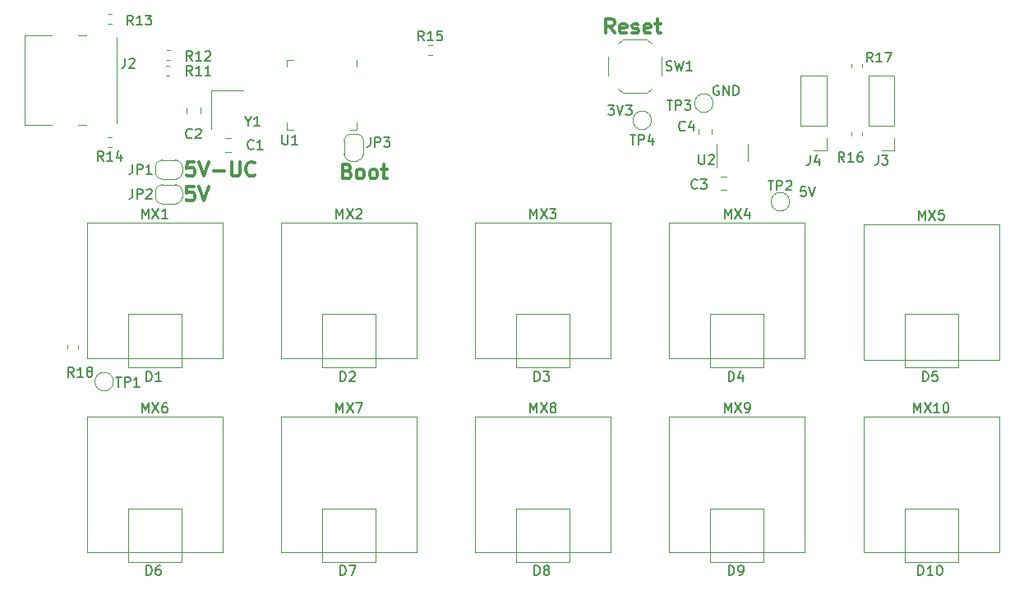
<source format=gbr>
G04 #@! TF.GenerationSoftware,KiCad,Pcbnew,(5.1.2)-2*
G04 #@! TF.CreationDate,2020-11-02T14:54:12+01:00*
G04 #@! TF.ProjectId,MacroBoard,4d616372-6f42-46f6-9172-642e6b696361,rev?*
G04 #@! TF.SameCoordinates,Original*
G04 #@! TF.FileFunction,Legend,Top*
G04 #@! TF.FilePolarity,Positive*
%FSLAX46Y46*%
G04 Gerber Fmt 4.6, Leading zero omitted, Abs format (unit mm)*
G04 Created by KiCad (PCBNEW (5.1.2)-2) date 2020-11-02 14:54:12*
%MOMM*%
%LPD*%
G04 APERTURE LIST*
%ADD10C,0.200000*%
%ADD11C,0.300000*%
%ADD12C,0.120000*%
%ADD13C,0.150000*%
G04 APERTURE END LIST*
D10*
X149787523Y-94558380D02*
X149311333Y-94558380D01*
X149263714Y-95034571D01*
X149311333Y-94986952D01*
X149406571Y-94939333D01*
X149644666Y-94939333D01*
X149739904Y-94986952D01*
X149787523Y-95034571D01*
X149835142Y-95129809D01*
X149835142Y-95367904D01*
X149787523Y-95463142D01*
X149739904Y-95510761D01*
X149644666Y-95558380D01*
X149406571Y-95558380D01*
X149311333Y-95510761D01*
X149263714Y-95463142D01*
X150120857Y-94558380D02*
X150454190Y-95558380D01*
X150787523Y-94558380D01*
X140834095Y-84192000D02*
X140738857Y-84144380D01*
X140596000Y-84144380D01*
X140453142Y-84192000D01*
X140357904Y-84287238D01*
X140310285Y-84382476D01*
X140262666Y-84572952D01*
X140262666Y-84715809D01*
X140310285Y-84906285D01*
X140357904Y-85001523D01*
X140453142Y-85096761D01*
X140596000Y-85144380D01*
X140691238Y-85144380D01*
X140834095Y-85096761D01*
X140881714Y-85049142D01*
X140881714Y-84715809D01*
X140691238Y-84715809D01*
X141310285Y-85144380D02*
X141310285Y-84144380D01*
X141881714Y-85144380D01*
X141881714Y-84144380D01*
X142357904Y-85144380D02*
X142357904Y-84144380D01*
X142596000Y-84144380D01*
X142738857Y-84192000D01*
X142834095Y-84287238D01*
X142881714Y-84382476D01*
X142929333Y-84572952D01*
X142929333Y-84715809D01*
X142881714Y-84906285D01*
X142834095Y-85001523D01*
X142738857Y-85096761D01*
X142596000Y-85144380D01*
X142357904Y-85144380D01*
X129435904Y-86176380D02*
X130054952Y-86176380D01*
X129721619Y-86557333D01*
X129864476Y-86557333D01*
X129959714Y-86604952D01*
X130007333Y-86652571D01*
X130054952Y-86747809D01*
X130054952Y-86985904D01*
X130007333Y-87081142D01*
X129959714Y-87128761D01*
X129864476Y-87176380D01*
X129578761Y-87176380D01*
X129483523Y-87128761D01*
X129435904Y-87081142D01*
X130340666Y-86176380D02*
X130674000Y-87176380D01*
X131007333Y-86176380D01*
X131245428Y-86176380D02*
X131864476Y-86176380D01*
X131531142Y-86557333D01*
X131674000Y-86557333D01*
X131769238Y-86604952D01*
X131816857Y-86652571D01*
X131864476Y-86747809D01*
X131864476Y-86985904D01*
X131816857Y-87081142D01*
X131769238Y-87128761D01*
X131674000Y-87176380D01*
X131388285Y-87176380D01*
X131293047Y-87128761D01*
X131245428Y-87081142D01*
D11*
X130086857Y-78766571D02*
X129586857Y-78052285D01*
X129229714Y-78766571D02*
X129229714Y-77266571D01*
X129801142Y-77266571D01*
X129944000Y-77338000D01*
X130015428Y-77409428D01*
X130086857Y-77552285D01*
X130086857Y-77766571D01*
X130015428Y-77909428D01*
X129944000Y-77980857D01*
X129801142Y-78052285D01*
X129229714Y-78052285D01*
X131301142Y-78695142D02*
X131158285Y-78766571D01*
X130872571Y-78766571D01*
X130729714Y-78695142D01*
X130658285Y-78552285D01*
X130658285Y-77980857D01*
X130729714Y-77838000D01*
X130872571Y-77766571D01*
X131158285Y-77766571D01*
X131301142Y-77838000D01*
X131372571Y-77980857D01*
X131372571Y-78123714D01*
X130658285Y-78266571D01*
X131944000Y-78695142D02*
X132086857Y-78766571D01*
X132372571Y-78766571D01*
X132515428Y-78695142D01*
X132586857Y-78552285D01*
X132586857Y-78480857D01*
X132515428Y-78338000D01*
X132372571Y-78266571D01*
X132158285Y-78266571D01*
X132015428Y-78195142D01*
X131944000Y-78052285D01*
X131944000Y-77980857D01*
X132015428Y-77838000D01*
X132158285Y-77766571D01*
X132372571Y-77766571D01*
X132515428Y-77838000D01*
X133801142Y-78695142D02*
X133658285Y-78766571D01*
X133372571Y-78766571D01*
X133229714Y-78695142D01*
X133158285Y-78552285D01*
X133158285Y-77980857D01*
X133229714Y-77838000D01*
X133372571Y-77766571D01*
X133658285Y-77766571D01*
X133801142Y-77838000D01*
X133872571Y-77980857D01*
X133872571Y-78123714D01*
X133158285Y-78266571D01*
X134301142Y-77766571D02*
X134872571Y-77766571D01*
X134515428Y-77266571D02*
X134515428Y-78552285D01*
X134586857Y-78695142D01*
X134729714Y-78766571D01*
X134872571Y-78766571D01*
X102579428Y-92966857D02*
X102793714Y-93038285D01*
X102865142Y-93109714D01*
X102936571Y-93252571D01*
X102936571Y-93466857D01*
X102865142Y-93609714D01*
X102793714Y-93681142D01*
X102650857Y-93752571D01*
X102079428Y-93752571D01*
X102079428Y-92252571D01*
X102579428Y-92252571D01*
X102722285Y-92324000D01*
X102793714Y-92395428D01*
X102865142Y-92538285D01*
X102865142Y-92681142D01*
X102793714Y-92824000D01*
X102722285Y-92895428D01*
X102579428Y-92966857D01*
X102079428Y-92966857D01*
X103793714Y-93752571D02*
X103650857Y-93681142D01*
X103579428Y-93609714D01*
X103508000Y-93466857D01*
X103508000Y-93038285D01*
X103579428Y-92895428D01*
X103650857Y-92824000D01*
X103793714Y-92752571D01*
X104008000Y-92752571D01*
X104150857Y-92824000D01*
X104222285Y-92895428D01*
X104293714Y-93038285D01*
X104293714Y-93466857D01*
X104222285Y-93609714D01*
X104150857Y-93681142D01*
X104008000Y-93752571D01*
X103793714Y-93752571D01*
X105150857Y-93752571D02*
X105008000Y-93681142D01*
X104936571Y-93609714D01*
X104865142Y-93466857D01*
X104865142Y-93038285D01*
X104936571Y-92895428D01*
X105008000Y-92824000D01*
X105150857Y-92752571D01*
X105365142Y-92752571D01*
X105508000Y-92824000D01*
X105579428Y-92895428D01*
X105650857Y-93038285D01*
X105650857Y-93466857D01*
X105579428Y-93609714D01*
X105508000Y-93681142D01*
X105365142Y-93752571D01*
X105150857Y-93752571D01*
X106079428Y-92752571D02*
X106650857Y-92752571D01*
X106293714Y-92252571D02*
X106293714Y-93538285D01*
X106365142Y-93681142D01*
X106508000Y-93752571D01*
X106650857Y-93752571D01*
X86764285Y-94538571D02*
X86050000Y-94538571D01*
X85978571Y-95252857D01*
X86050000Y-95181428D01*
X86192857Y-95110000D01*
X86550000Y-95110000D01*
X86692857Y-95181428D01*
X86764285Y-95252857D01*
X86835714Y-95395714D01*
X86835714Y-95752857D01*
X86764285Y-95895714D01*
X86692857Y-95967142D01*
X86550000Y-96038571D01*
X86192857Y-96038571D01*
X86050000Y-95967142D01*
X85978571Y-95895714D01*
X87264285Y-94538571D02*
X87764285Y-96038571D01*
X88264285Y-94538571D01*
X86776000Y-91998571D02*
X86061714Y-91998571D01*
X85990285Y-92712857D01*
X86061714Y-92641428D01*
X86204571Y-92570000D01*
X86561714Y-92570000D01*
X86704571Y-92641428D01*
X86776000Y-92712857D01*
X86847428Y-92855714D01*
X86847428Y-93212857D01*
X86776000Y-93355714D01*
X86704571Y-93427142D01*
X86561714Y-93498571D01*
X86204571Y-93498571D01*
X86061714Y-93427142D01*
X85990285Y-93355714D01*
X87276000Y-91998571D02*
X87776000Y-93498571D01*
X88276000Y-91998571D01*
X88776000Y-92927142D02*
X89918857Y-92927142D01*
X90633142Y-91998571D02*
X90633142Y-93212857D01*
X90704571Y-93355714D01*
X90776000Y-93427142D01*
X90918857Y-93498571D01*
X91204571Y-93498571D01*
X91347428Y-93427142D01*
X91418857Y-93355714D01*
X91490285Y-93212857D01*
X91490285Y-91998571D01*
X93061714Y-93355714D02*
X92990285Y-93427142D01*
X92776000Y-93498571D01*
X92633142Y-93498571D01*
X92418857Y-93427142D01*
X92276000Y-93284285D01*
X92204571Y-93141428D01*
X92133142Y-92855714D01*
X92133142Y-92641428D01*
X92204571Y-92355714D01*
X92276000Y-92212857D01*
X92418857Y-92070000D01*
X92633142Y-91998571D01*
X92776000Y-91998571D01*
X92990285Y-92070000D01*
X93061714Y-92141428D01*
D12*
X78474500Y-114664000D02*
G75*
G03X78474500Y-114664000I-950000J0D01*
G01*
X73776000Y-110936733D02*
X73776000Y-111279267D01*
X74796000Y-110936733D02*
X74796000Y-111279267D01*
X133910000Y-87740000D02*
G75*
G03X133910000Y-87740000I-950000J0D01*
G01*
X140260000Y-85962000D02*
G75*
G03X140260000Y-85962000I-950000J0D01*
G01*
X148134000Y-96122000D02*
G75*
G03X148134000Y-96122000I-950000J0D01*
G01*
X104242000Y-89834000D02*
X104242000Y-91234000D01*
X103542000Y-91934000D02*
X102942000Y-91934000D01*
X102242000Y-91234000D02*
X102242000Y-89834000D01*
X102942000Y-89134000D02*
X103542000Y-89134000D01*
X103542000Y-89134000D02*
G75*
G02X104242000Y-89834000I0J-700000D01*
G01*
X102242000Y-89834000D02*
G75*
G02X102942000Y-89134000I700000J0D01*
G01*
X102942000Y-91934000D02*
G75*
G02X102242000Y-91234000I0J700000D01*
G01*
X104242000Y-91234000D02*
G75*
G02X103542000Y-91934000I-700000J0D01*
G01*
X140621000Y-90142000D02*
X140621000Y-92592000D01*
X143841000Y-91942000D02*
X143841000Y-90142000D01*
X155568000Y-82323267D02*
X155568000Y-81980733D01*
X154548000Y-82323267D02*
X154548000Y-81980733D01*
X154548000Y-88965733D02*
X154548000Y-89308267D01*
X155568000Y-88965733D02*
X155568000Y-89308267D01*
X140147000Y-89141578D02*
X140147000Y-88624422D01*
X138727000Y-89141578D02*
X138727000Y-88624422D01*
X141083422Y-94927000D02*
X141600578Y-94927000D01*
X141083422Y-93507000D02*
X141600578Y-93507000D01*
X133448000Y-84902000D02*
X130948000Y-84902000D01*
X134948000Y-83152000D02*
X134948000Y-81152000D01*
X133448000Y-79402000D02*
X130948000Y-79402000D01*
X129448000Y-83152000D02*
X129448000Y-81152000D01*
X133898000Y-84452000D02*
X133448000Y-84902000D01*
X130498000Y-84452000D02*
X130948000Y-84902000D01*
X130498000Y-79852000D02*
X130948000Y-79402000D01*
X133898000Y-79852000D02*
X133448000Y-79402000D01*
X110944733Y-81011000D02*
X111287267Y-81011000D01*
X110944733Y-79991000D02*
X111287267Y-79991000D01*
X83492000Y-94360000D02*
X84892000Y-94360000D01*
X85592000Y-95060000D02*
X85592000Y-95660000D01*
X84892000Y-96360000D02*
X83492000Y-96360000D01*
X82792000Y-95660000D02*
X82792000Y-95060000D01*
X82792000Y-95060000D02*
G75*
G02X83492000Y-94360000I700000J0D01*
G01*
X83492000Y-96360000D02*
G75*
G02X82792000Y-95660000I0J700000D01*
G01*
X85592000Y-95660000D02*
G75*
G02X84892000Y-96360000I-700000J0D01*
G01*
X84892000Y-94360000D02*
G75*
G02X85592000Y-95060000I0J-700000D01*
G01*
X83492000Y-91820000D02*
X84892000Y-91820000D01*
X85592000Y-92520000D02*
X85592000Y-93120000D01*
X84892000Y-93820000D02*
X83492000Y-93820000D01*
X82792000Y-93120000D02*
X82792000Y-92520000D01*
X82792000Y-92520000D02*
G75*
G02X83492000Y-91820000I700000J0D01*
G01*
X83492000Y-93820000D02*
G75*
G02X82792000Y-93120000I0J700000D01*
G01*
X85592000Y-93120000D02*
G75*
G02X84892000Y-93820000I-700000J0D01*
G01*
X84892000Y-91820000D02*
G75*
G02X85592000Y-92520000I0J-700000D01*
G01*
X78267267Y-89516000D02*
X77924733Y-89516000D01*
X78267267Y-90536000D02*
X77924733Y-90536000D01*
X77924733Y-77836000D02*
X78267267Y-77836000D01*
X77924733Y-76816000D02*
X78267267Y-76816000D01*
X75696000Y-79008000D02*
X74796000Y-79008000D01*
X75696000Y-88198000D02*
X74796000Y-88198000D01*
X72096000Y-79008000D02*
X69366000Y-79008000D01*
X72096000Y-88198000D02*
X69366000Y-88198000D01*
X78776000Y-79128000D02*
X78776000Y-88078000D01*
X69366000Y-79008000D02*
X69366000Y-88198000D01*
X87442000Y-86465422D02*
X87442000Y-86982578D01*
X86022000Y-86465422D02*
X86022000Y-86982578D01*
X90546578Y-90990000D02*
X90029422Y-90990000D01*
X90546578Y-89570000D02*
X90029422Y-89570000D01*
X91850000Y-84640000D02*
X88550000Y-84640000D01*
X88550000Y-84640000D02*
X88550000Y-88640000D01*
X165480000Y-133220000D02*
X159980000Y-133220000D01*
X159980000Y-133220000D02*
X159980000Y-127720000D01*
X159980000Y-127720000D02*
X165480000Y-127720000D01*
X165480000Y-127720000D02*
X165480000Y-133220000D01*
X145480000Y-133220000D02*
X139980000Y-133220000D01*
X139980000Y-133220000D02*
X139980000Y-127720000D01*
X139980000Y-127720000D02*
X145480000Y-127720000D01*
X145480000Y-127720000D02*
X145480000Y-133220000D01*
X125480000Y-133220000D02*
X119980000Y-133220000D01*
X119980000Y-133220000D02*
X119980000Y-127720000D01*
X119980000Y-127720000D02*
X125480000Y-127720000D01*
X125480000Y-127720000D02*
X125480000Y-133220000D01*
X105480000Y-133220000D02*
X99980000Y-133220000D01*
X99980000Y-133220000D02*
X99980000Y-127720000D01*
X99980000Y-127720000D02*
X105480000Y-127720000D01*
X105480000Y-127720000D02*
X105480000Y-133220000D01*
X85480000Y-133220000D02*
X79980000Y-133220000D01*
X79980000Y-133220000D02*
X79980000Y-127720000D01*
X79980000Y-127720000D02*
X85480000Y-127720000D01*
X85480000Y-127720000D02*
X85480000Y-133220000D01*
X165480000Y-113220000D02*
X159980000Y-113220000D01*
X159980000Y-113220000D02*
X159980000Y-107720000D01*
X159980000Y-107720000D02*
X165480000Y-107720000D01*
X165480000Y-107720000D02*
X165480000Y-113220000D01*
X145480000Y-113220000D02*
X139980000Y-113220000D01*
X139980000Y-113220000D02*
X139980000Y-107720000D01*
X139980000Y-107720000D02*
X145480000Y-107720000D01*
X145480000Y-107720000D02*
X145480000Y-113220000D01*
X125480000Y-113220000D02*
X119980000Y-113220000D01*
X119980000Y-113220000D02*
X119980000Y-107720000D01*
X119980000Y-107720000D02*
X125480000Y-107720000D01*
X125480000Y-107720000D02*
X125480000Y-113220000D01*
X105480000Y-113220000D02*
X99980000Y-113220000D01*
X99980000Y-113220000D02*
X99980000Y-107720000D01*
X99980000Y-107720000D02*
X105480000Y-107720000D01*
X105480000Y-107720000D02*
X105480000Y-113220000D01*
X85480000Y-113220000D02*
X79980000Y-113220000D01*
X79980000Y-113220000D02*
X79980000Y-107720000D01*
X79980000Y-107720000D02*
X85480000Y-107720000D01*
X85480000Y-107720000D02*
X85480000Y-113220000D01*
X95745000Y-118285000D02*
X109715000Y-118285000D01*
X109715000Y-118285000D02*
X109715000Y-132255000D01*
X109715000Y-132255000D02*
X95745000Y-132255000D01*
X95745000Y-132255000D02*
X95745000Y-118285000D01*
X75745000Y-98285000D02*
X89715000Y-98285000D01*
X89715000Y-98285000D02*
X89715000Y-112255000D01*
X89715000Y-112255000D02*
X75745000Y-112255000D01*
X75745000Y-112255000D02*
X75745000Y-98285000D01*
X95745000Y-98285000D02*
X109715000Y-98285000D01*
X109715000Y-98285000D02*
X109715000Y-112255000D01*
X109715000Y-112255000D02*
X95745000Y-112255000D01*
X95745000Y-112255000D02*
X95745000Y-98285000D01*
X151938000Y-83130000D02*
X149278000Y-83130000D01*
X151938000Y-88270000D02*
X151938000Y-83130000D01*
X149278000Y-88270000D02*
X149278000Y-83130000D01*
X151938000Y-88270000D02*
X149278000Y-88270000D01*
X151938000Y-89540000D02*
X151938000Y-90870000D01*
X151938000Y-90870000D02*
X150608000Y-90870000D01*
X158938000Y-83130000D02*
X156278000Y-83130000D01*
X158938000Y-88270000D02*
X158938000Y-83130000D01*
X156278000Y-88270000D02*
X156278000Y-83130000D01*
X158938000Y-88270000D02*
X156278000Y-88270000D01*
X158938000Y-89540000D02*
X158938000Y-90870000D01*
X158938000Y-90870000D02*
X157608000Y-90870000D01*
X103550000Y-87973000D02*
X103550000Y-88698000D01*
X103550000Y-88698000D02*
X102825000Y-88698000D01*
X96330000Y-82203000D02*
X96330000Y-81478000D01*
X96330000Y-81478000D02*
X97055000Y-81478000D01*
X96330000Y-87973000D02*
X96330000Y-88698000D01*
X96330000Y-88698000D02*
X97055000Y-88698000D01*
X103550000Y-82203000D02*
X103550000Y-81478000D01*
X84287067Y-81531700D02*
X83944533Y-81531700D01*
X84287067Y-80511700D02*
X83944533Y-80511700D01*
X84274367Y-83170000D02*
X83931833Y-83170000D01*
X84274367Y-82150000D02*
X83931833Y-82150000D01*
X155745000Y-118285000D02*
X169715000Y-118285000D01*
X169715000Y-118285000D02*
X169715000Y-132255000D01*
X169715000Y-132255000D02*
X155745000Y-132255000D01*
X155745000Y-132255000D02*
X155745000Y-118285000D01*
X135745000Y-118285000D02*
X149715000Y-118285000D01*
X149715000Y-118285000D02*
X149715000Y-132255000D01*
X149715000Y-132255000D02*
X135745000Y-132255000D01*
X135745000Y-132255000D02*
X135745000Y-118285000D01*
X115745000Y-118285000D02*
X129715000Y-118285000D01*
X129715000Y-118285000D02*
X129715000Y-132255000D01*
X129715000Y-132255000D02*
X115745000Y-132255000D01*
X115745000Y-132255000D02*
X115745000Y-118285000D01*
X75745000Y-118285000D02*
X89715000Y-118285000D01*
X89715000Y-118285000D02*
X89715000Y-132255000D01*
X89715000Y-132255000D02*
X75745000Y-132255000D01*
X75745000Y-132255000D02*
X75745000Y-118285000D01*
X155745000Y-98425000D02*
X169715000Y-98425000D01*
X169715000Y-98425000D02*
X169715000Y-112395000D01*
X169715000Y-112395000D02*
X155745000Y-112395000D01*
X155745000Y-112395000D02*
X155745000Y-98425000D01*
X135745000Y-98285000D02*
X149715000Y-98285000D01*
X149715000Y-98285000D02*
X149715000Y-112255000D01*
X149715000Y-112255000D02*
X135745000Y-112255000D01*
X135745000Y-112255000D02*
X135745000Y-98285000D01*
X115745000Y-98285000D02*
X129715000Y-98285000D01*
X129715000Y-98285000D02*
X129715000Y-112255000D01*
X129715000Y-112255000D02*
X115745000Y-112255000D01*
X115745000Y-112255000D02*
X115745000Y-98285000D01*
D13*
X78739095Y-114179880D02*
X79310523Y-114179880D01*
X79024809Y-115179880D02*
X79024809Y-114179880D01*
X79643857Y-115179880D02*
X79643857Y-114179880D01*
X80024809Y-114179880D01*
X80120047Y-114227500D01*
X80167666Y-114275119D01*
X80215285Y-114370357D01*
X80215285Y-114513214D01*
X80167666Y-114608452D01*
X80120047Y-114656071D01*
X80024809Y-114703690D01*
X79643857Y-114703690D01*
X81167666Y-115179880D02*
X80596238Y-115179880D01*
X80881952Y-115179880D02*
X80881952Y-114179880D01*
X80786714Y-114322738D01*
X80691476Y-114417976D01*
X80596238Y-114465595D01*
X74405142Y-114163880D02*
X74071809Y-113687690D01*
X73833714Y-114163880D02*
X73833714Y-113163880D01*
X74214666Y-113163880D01*
X74309904Y-113211500D01*
X74357523Y-113259119D01*
X74405142Y-113354357D01*
X74405142Y-113497214D01*
X74357523Y-113592452D01*
X74309904Y-113640071D01*
X74214666Y-113687690D01*
X73833714Y-113687690D01*
X75357523Y-114163880D02*
X74786095Y-114163880D01*
X75071809Y-114163880D02*
X75071809Y-113163880D01*
X74976571Y-113306738D01*
X74881333Y-113401976D01*
X74786095Y-113449595D01*
X75928952Y-113592452D02*
X75833714Y-113544833D01*
X75786095Y-113497214D01*
X75738476Y-113401976D01*
X75738476Y-113354357D01*
X75786095Y-113259119D01*
X75833714Y-113211500D01*
X75928952Y-113163880D01*
X76119428Y-113163880D01*
X76214666Y-113211500D01*
X76262285Y-113259119D01*
X76309904Y-113354357D01*
X76309904Y-113401976D01*
X76262285Y-113497214D01*
X76214666Y-113544833D01*
X76119428Y-113592452D01*
X75928952Y-113592452D01*
X75833714Y-113640071D01*
X75786095Y-113687690D01*
X75738476Y-113782928D01*
X75738476Y-113973404D01*
X75786095Y-114068642D01*
X75833714Y-114116261D01*
X75928952Y-114163880D01*
X76119428Y-114163880D01*
X76214666Y-114116261D01*
X76262285Y-114068642D01*
X76309904Y-113973404D01*
X76309904Y-113782928D01*
X76262285Y-113687690D01*
X76214666Y-113640071D01*
X76119428Y-113592452D01*
X131698095Y-89224380D02*
X132269523Y-89224380D01*
X131983809Y-90224380D02*
X131983809Y-89224380D01*
X132602857Y-90224380D02*
X132602857Y-89224380D01*
X132983809Y-89224380D01*
X133079047Y-89272000D01*
X133126666Y-89319619D01*
X133174285Y-89414857D01*
X133174285Y-89557714D01*
X133126666Y-89652952D01*
X133079047Y-89700571D01*
X132983809Y-89748190D01*
X132602857Y-89748190D01*
X134031428Y-89557714D02*
X134031428Y-90224380D01*
X133793333Y-89176761D02*
X133555238Y-89891047D01*
X134174285Y-89891047D01*
X135508095Y-85668380D02*
X136079523Y-85668380D01*
X135793809Y-86668380D02*
X135793809Y-85668380D01*
X136412857Y-86668380D02*
X136412857Y-85668380D01*
X136793809Y-85668380D01*
X136889047Y-85716000D01*
X136936666Y-85763619D01*
X136984285Y-85858857D01*
X136984285Y-86001714D01*
X136936666Y-86096952D01*
X136889047Y-86144571D01*
X136793809Y-86192190D01*
X136412857Y-86192190D01*
X137317619Y-85668380D02*
X137936666Y-85668380D01*
X137603333Y-86049333D01*
X137746190Y-86049333D01*
X137841428Y-86096952D01*
X137889047Y-86144571D01*
X137936666Y-86239809D01*
X137936666Y-86477904D01*
X137889047Y-86573142D01*
X137841428Y-86620761D01*
X137746190Y-86668380D01*
X137460476Y-86668380D01*
X137365238Y-86620761D01*
X137317619Y-86573142D01*
X145922095Y-93926380D02*
X146493523Y-93926380D01*
X146207809Y-94926380D02*
X146207809Y-93926380D01*
X146826857Y-94926380D02*
X146826857Y-93926380D01*
X147207809Y-93926380D01*
X147303047Y-93974000D01*
X147350666Y-94021619D01*
X147398285Y-94116857D01*
X147398285Y-94259714D01*
X147350666Y-94354952D01*
X147303047Y-94402571D01*
X147207809Y-94450190D01*
X146826857Y-94450190D01*
X147779238Y-94021619D02*
X147826857Y-93974000D01*
X147922095Y-93926380D01*
X148160190Y-93926380D01*
X148255428Y-93974000D01*
X148303047Y-94021619D01*
X148350666Y-94116857D01*
X148350666Y-94212095D01*
X148303047Y-94354952D01*
X147731619Y-94926380D01*
X148350666Y-94926380D01*
X104948666Y-89478380D02*
X104948666Y-90192666D01*
X104901047Y-90335523D01*
X104805809Y-90430761D01*
X104662952Y-90478380D01*
X104567714Y-90478380D01*
X105424857Y-90478380D02*
X105424857Y-89478380D01*
X105805809Y-89478380D01*
X105901047Y-89526000D01*
X105948666Y-89573619D01*
X105996285Y-89668857D01*
X105996285Y-89811714D01*
X105948666Y-89906952D01*
X105901047Y-89954571D01*
X105805809Y-90002190D01*
X105424857Y-90002190D01*
X106329619Y-89478380D02*
X106948666Y-89478380D01*
X106615333Y-89859333D01*
X106758190Y-89859333D01*
X106853428Y-89906952D01*
X106901047Y-89954571D01*
X106948666Y-90049809D01*
X106948666Y-90287904D01*
X106901047Y-90383142D01*
X106853428Y-90430761D01*
X106758190Y-90478380D01*
X106472476Y-90478380D01*
X106377238Y-90430761D01*
X106329619Y-90383142D01*
X138802095Y-91256380D02*
X138802095Y-92065904D01*
X138849714Y-92161142D01*
X138897333Y-92208761D01*
X138992571Y-92256380D01*
X139183047Y-92256380D01*
X139278285Y-92208761D01*
X139325904Y-92161142D01*
X139373523Y-92065904D01*
X139373523Y-91256380D01*
X139802095Y-91351619D02*
X139849714Y-91304000D01*
X139944952Y-91256380D01*
X140183047Y-91256380D01*
X140278285Y-91304000D01*
X140325904Y-91351619D01*
X140373523Y-91446857D01*
X140373523Y-91542095D01*
X140325904Y-91684952D01*
X139754476Y-92256380D01*
X140373523Y-92256380D01*
X156701142Y-81715380D02*
X156367809Y-81239190D01*
X156129714Y-81715380D02*
X156129714Y-80715380D01*
X156510666Y-80715380D01*
X156605904Y-80763000D01*
X156653523Y-80810619D01*
X156701142Y-80905857D01*
X156701142Y-81048714D01*
X156653523Y-81143952D01*
X156605904Y-81191571D01*
X156510666Y-81239190D01*
X156129714Y-81239190D01*
X157653523Y-81715380D02*
X157082095Y-81715380D01*
X157367809Y-81715380D02*
X157367809Y-80715380D01*
X157272571Y-80858238D01*
X157177333Y-80953476D01*
X157082095Y-81001095D01*
X157986857Y-80715380D02*
X158653523Y-80715380D01*
X158224952Y-81715380D01*
X153780142Y-92002380D02*
X153446809Y-91526190D01*
X153208714Y-92002380D02*
X153208714Y-91002380D01*
X153589666Y-91002380D01*
X153684904Y-91050000D01*
X153732523Y-91097619D01*
X153780142Y-91192857D01*
X153780142Y-91335714D01*
X153732523Y-91430952D01*
X153684904Y-91478571D01*
X153589666Y-91526190D01*
X153208714Y-91526190D01*
X154732523Y-92002380D02*
X154161095Y-92002380D01*
X154446809Y-92002380D02*
X154446809Y-91002380D01*
X154351571Y-91145238D01*
X154256333Y-91240476D01*
X154161095Y-91288095D01*
X155589666Y-91002380D02*
X155399190Y-91002380D01*
X155303952Y-91050000D01*
X155256333Y-91097619D01*
X155161095Y-91240476D01*
X155113476Y-91430952D01*
X155113476Y-91811904D01*
X155161095Y-91907142D01*
X155208714Y-91954761D01*
X155303952Y-92002380D01*
X155494428Y-92002380D01*
X155589666Y-91954761D01*
X155637285Y-91907142D01*
X155684904Y-91811904D01*
X155684904Y-91573809D01*
X155637285Y-91478571D01*
X155589666Y-91430952D01*
X155494428Y-91383333D01*
X155303952Y-91383333D01*
X155208714Y-91430952D01*
X155161095Y-91478571D01*
X155113476Y-91573809D01*
X137365333Y-88732142D02*
X137317714Y-88779761D01*
X137174857Y-88827380D01*
X137079619Y-88827380D01*
X136936761Y-88779761D01*
X136841523Y-88684523D01*
X136793904Y-88589285D01*
X136746285Y-88398809D01*
X136746285Y-88255952D01*
X136793904Y-88065476D01*
X136841523Y-87970238D01*
X136936761Y-87875000D01*
X137079619Y-87827380D01*
X137174857Y-87827380D01*
X137317714Y-87875000D01*
X137365333Y-87922619D01*
X138222476Y-88160714D02*
X138222476Y-88827380D01*
X137984380Y-87779761D02*
X137746285Y-88494047D01*
X138365333Y-88494047D01*
X138635333Y-94701142D02*
X138587714Y-94748761D01*
X138444857Y-94796380D01*
X138349619Y-94796380D01*
X138206761Y-94748761D01*
X138111523Y-94653523D01*
X138063904Y-94558285D01*
X138016285Y-94367809D01*
X138016285Y-94224952D01*
X138063904Y-94034476D01*
X138111523Y-93939238D01*
X138206761Y-93844000D01*
X138349619Y-93796380D01*
X138444857Y-93796380D01*
X138587714Y-93844000D01*
X138635333Y-93891619D01*
X138968666Y-93796380D02*
X139587714Y-93796380D01*
X139254380Y-94177333D01*
X139397238Y-94177333D01*
X139492476Y-94224952D01*
X139540095Y-94272571D01*
X139587714Y-94367809D01*
X139587714Y-94605904D01*
X139540095Y-94701142D01*
X139492476Y-94748761D01*
X139397238Y-94796380D01*
X139111523Y-94796380D01*
X139016285Y-94748761D01*
X138968666Y-94701142D01*
X135436666Y-82556761D02*
X135579523Y-82604380D01*
X135817619Y-82604380D01*
X135912857Y-82556761D01*
X135960476Y-82509142D01*
X136008095Y-82413904D01*
X136008095Y-82318666D01*
X135960476Y-82223428D01*
X135912857Y-82175809D01*
X135817619Y-82128190D01*
X135627142Y-82080571D01*
X135531904Y-82032952D01*
X135484285Y-81985333D01*
X135436666Y-81890095D01*
X135436666Y-81794857D01*
X135484285Y-81699619D01*
X135531904Y-81652000D01*
X135627142Y-81604380D01*
X135865238Y-81604380D01*
X136008095Y-81652000D01*
X136341428Y-81604380D02*
X136579523Y-82604380D01*
X136770000Y-81890095D01*
X136960476Y-82604380D01*
X137198571Y-81604380D01*
X138103333Y-82604380D02*
X137531904Y-82604380D01*
X137817619Y-82604380D02*
X137817619Y-81604380D01*
X137722380Y-81747238D01*
X137627142Y-81842476D01*
X137531904Y-81890095D01*
X110473142Y-79523380D02*
X110139809Y-79047190D01*
X109901714Y-79523380D02*
X109901714Y-78523380D01*
X110282666Y-78523380D01*
X110377904Y-78571000D01*
X110425523Y-78618619D01*
X110473142Y-78713857D01*
X110473142Y-78856714D01*
X110425523Y-78951952D01*
X110377904Y-78999571D01*
X110282666Y-79047190D01*
X109901714Y-79047190D01*
X111425523Y-79523380D02*
X110854095Y-79523380D01*
X111139809Y-79523380D02*
X111139809Y-78523380D01*
X111044571Y-78666238D01*
X110949333Y-78761476D01*
X110854095Y-78809095D01*
X112330285Y-78523380D02*
X111854095Y-78523380D01*
X111806476Y-78999571D01*
X111854095Y-78951952D01*
X111949333Y-78904333D01*
X112187428Y-78904333D01*
X112282666Y-78951952D01*
X112330285Y-78999571D01*
X112377904Y-79094809D01*
X112377904Y-79332904D01*
X112330285Y-79428142D01*
X112282666Y-79475761D01*
X112187428Y-79523380D01*
X111949333Y-79523380D01*
X111854095Y-79475761D01*
X111806476Y-79428142D01*
X80437666Y-94812380D02*
X80437666Y-95526666D01*
X80390047Y-95669523D01*
X80294809Y-95764761D01*
X80151952Y-95812380D01*
X80056714Y-95812380D01*
X80913857Y-95812380D02*
X80913857Y-94812380D01*
X81294809Y-94812380D01*
X81390047Y-94860000D01*
X81437666Y-94907619D01*
X81485285Y-95002857D01*
X81485285Y-95145714D01*
X81437666Y-95240952D01*
X81390047Y-95288571D01*
X81294809Y-95336190D01*
X80913857Y-95336190D01*
X81866238Y-94907619D02*
X81913857Y-94860000D01*
X82009095Y-94812380D01*
X82247190Y-94812380D01*
X82342428Y-94860000D01*
X82390047Y-94907619D01*
X82437666Y-95002857D01*
X82437666Y-95098095D01*
X82390047Y-95240952D01*
X81818619Y-95812380D01*
X82437666Y-95812380D01*
X80437666Y-92272380D02*
X80437666Y-92986666D01*
X80390047Y-93129523D01*
X80294809Y-93224761D01*
X80151952Y-93272380D01*
X80056714Y-93272380D01*
X80913857Y-93272380D02*
X80913857Y-92272380D01*
X81294809Y-92272380D01*
X81390047Y-92320000D01*
X81437666Y-92367619D01*
X81485285Y-92462857D01*
X81485285Y-92605714D01*
X81437666Y-92700952D01*
X81390047Y-92748571D01*
X81294809Y-92796190D01*
X80913857Y-92796190D01*
X82437666Y-93272380D02*
X81866238Y-93272380D01*
X82151952Y-93272380D02*
X82151952Y-92272380D01*
X82056714Y-92415238D01*
X81961476Y-92510476D01*
X81866238Y-92558095D01*
X77453142Y-91908380D02*
X77119809Y-91432190D01*
X76881714Y-91908380D02*
X76881714Y-90908380D01*
X77262666Y-90908380D01*
X77357904Y-90956000D01*
X77405523Y-91003619D01*
X77453142Y-91098857D01*
X77453142Y-91241714D01*
X77405523Y-91336952D01*
X77357904Y-91384571D01*
X77262666Y-91432190D01*
X76881714Y-91432190D01*
X78405523Y-91908380D02*
X77834095Y-91908380D01*
X78119809Y-91908380D02*
X78119809Y-90908380D01*
X78024571Y-91051238D01*
X77929333Y-91146476D01*
X77834095Y-91194095D01*
X79262666Y-91241714D02*
X79262666Y-91908380D01*
X79024571Y-90860761D02*
X78786476Y-91575047D01*
X79405523Y-91575047D01*
X80501142Y-77905380D02*
X80167809Y-77429190D01*
X79929714Y-77905380D02*
X79929714Y-76905380D01*
X80310666Y-76905380D01*
X80405904Y-76953000D01*
X80453523Y-77000619D01*
X80501142Y-77095857D01*
X80501142Y-77238714D01*
X80453523Y-77333952D01*
X80405904Y-77381571D01*
X80310666Y-77429190D01*
X79929714Y-77429190D01*
X81453523Y-77905380D02*
X80882095Y-77905380D01*
X81167809Y-77905380D02*
X81167809Y-76905380D01*
X81072571Y-77048238D01*
X80977333Y-77143476D01*
X80882095Y-77191095D01*
X81786857Y-76905380D02*
X82405904Y-76905380D01*
X82072571Y-77286333D01*
X82215428Y-77286333D01*
X82310666Y-77333952D01*
X82358285Y-77381571D01*
X82405904Y-77476809D01*
X82405904Y-77714904D01*
X82358285Y-77810142D01*
X82310666Y-77857761D01*
X82215428Y-77905380D01*
X81929714Y-77905380D01*
X81834476Y-77857761D01*
X81786857Y-77810142D01*
X79667666Y-81350380D02*
X79667666Y-82064666D01*
X79620047Y-82207523D01*
X79524809Y-82302761D01*
X79381952Y-82350380D01*
X79286714Y-82350380D01*
X80096238Y-81445619D02*
X80143857Y-81398000D01*
X80239095Y-81350380D01*
X80477190Y-81350380D01*
X80572428Y-81398000D01*
X80620047Y-81445619D01*
X80667666Y-81540857D01*
X80667666Y-81636095D01*
X80620047Y-81778952D01*
X80048619Y-82350380D01*
X80667666Y-82350380D01*
X86565333Y-89494142D02*
X86517714Y-89541761D01*
X86374857Y-89589380D01*
X86279619Y-89589380D01*
X86136761Y-89541761D01*
X86041523Y-89446523D01*
X85993904Y-89351285D01*
X85946285Y-89160809D01*
X85946285Y-89017952D01*
X85993904Y-88827476D01*
X86041523Y-88732238D01*
X86136761Y-88637000D01*
X86279619Y-88589380D01*
X86374857Y-88589380D01*
X86517714Y-88637000D01*
X86565333Y-88684619D01*
X86946285Y-88684619D02*
X86993904Y-88637000D01*
X87089142Y-88589380D01*
X87327238Y-88589380D01*
X87422476Y-88637000D01*
X87470095Y-88684619D01*
X87517714Y-88779857D01*
X87517714Y-88875095D01*
X87470095Y-89017952D01*
X86898666Y-89589380D01*
X87517714Y-89589380D01*
X92915333Y-90637142D02*
X92867714Y-90684761D01*
X92724857Y-90732380D01*
X92629619Y-90732380D01*
X92486761Y-90684761D01*
X92391523Y-90589523D01*
X92343904Y-90494285D01*
X92296285Y-90303809D01*
X92296285Y-90160952D01*
X92343904Y-89970476D01*
X92391523Y-89875238D01*
X92486761Y-89780000D01*
X92629619Y-89732380D01*
X92724857Y-89732380D01*
X92867714Y-89780000D01*
X92915333Y-89827619D01*
X93867714Y-90732380D02*
X93296285Y-90732380D01*
X93582000Y-90732380D02*
X93582000Y-89732380D01*
X93486761Y-89875238D01*
X93391523Y-89970476D01*
X93296285Y-90018095D01*
X92351809Y-87843190D02*
X92351809Y-88319380D01*
X92018476Y-87319380D02*
X92351809Y-87843190D01*
X92685142Y-87319380D01*
X93542285Y-88319380D02*
X92970857Y-88319380D01*
X93256571Y-88319380D02*
X93256571Y-87319380D01*
X93161333Y-87462238D01*
X93066095Y-87557476D01*
X92970857Y-87605095D01*
X161388714Y-134605380D02*
X161388714Y-133605380D01*
X161626809Y-133605380D01*
X161769666Y-133653000D01*
X161864904Y-133748238D01*
X161912523Y-133843476D01*
X161960142Y-134033952D01*
X161960142Y-134176809D01*
X161912523Y-134367285D01*
X161864904Y-134462523D01*
X161769666Y-134557761D01*
X161626809Y-134605380D01*
X161388714Y-134605380D01*
X162912523Y-134605380D02*
X162341095Y-134605380D01*
X162626809Y-134605380D02*
X162626809Y-133605380D01*
X162531571Y-133748238D01*
X162436333Y-133843476D01*
X162341095Y-133891095D01*
X163531571Y-133605380D02*
X163626809Y-133605380D01*
X163722047Y-133653000D01*
X163769666Y-133700619D01*
X163817285Y-133795857D01*
X163864904Y-133986333D01*
X163864904Y-134224428D01*
X163817285Y-134414904D01*
X163769666Y-134510142D01*
X163722047Y-134557761D01*
X163626809Y-134605380D01*
X163531571Y-134605380D01*
X163436333Y-134557761D01*
X163388714Y-134510142D01*
X163341095Y-134414904D01*
X163293476Y-134224428D01*
X163293476Y-133986333D01*
X163341095Y-133795857D01*
X163388714Y-133700619D01*
X163436333Y-133653000D01*
X163531571Y-133605380D01*
X141864904Y-134605380D02*
X141864904Y-133605380D01*
X142103000Y-133605380D01*
X142245857Y-133653000D01*
X142341095Y-133748238D01*
X142388714Y-133843476D01*
X142436333Y-134033952D01*
X142436333Y-134176809D01*
X142388714Y-134367285D01*
X142341095Y-134462523D01*
X142245857Y-134557761D01*
X142103000Y-134605380D01*
X141864904Y-134605380D01*
X142912523Y-134605380D02*
X143103000Y-134605380D01*
X143198238Y-134557761D01*
X143245857Y-134510142D01*
X143341095Y-134367285D01*
X143388714Y-134176809D01*
X143388714Y-133795857D01*
X143341095Y-133700619D01*
X143293476Y-133653000D01*
X143198238Y-133605380D01*
X143007761Y-133605380D01*
X142912523Y-133653000D01*
X142864904Y-133700619D01*
X142817285Y-133795857D01*
X142817285Y-134033952D01*
X142864904Y-134129190D01*
X142912523Y-134176809D01*
X143007761Y-134224428D01*
X143198238Y-134224428D01*
X143293476Y-134176809D01*
X143341095Y-134129190D01*
X143388714Y-134033952D01*
X121864904Y-134605380D02*
X121864904Y-133605380D01*
X122103000Y-133605380D01*
X122245857Y-133653000D01*
X122341095Y-133748238D01*
X122388714Y-133843476D01*
X122436333Y-134033952D01*
X122436333Y-134176809D01*
X122388714Y-134367285D01*
X122341095Y-134462523D01*
X122245857Y-134557761D01*
X122103000Y-134605380D01*
X121864904Y-134605380D01*
X123007761Y-134033952D02*
X122912523Y-133986333D01*
X122864904Y-133938714D01*
X122817285Y-133843476D01*
X122817285Y-133795857D01*
X122864904Y-133700619D01*
X122912523Y-133653000D01*
X123007761Y-133605380D01*
X123198238Y-133605380D01*
X123293476Y-133653000D01*
X123341095Y-133700619D01*
X123388714Y-133795857D01*
X123388714Y-133843476D01*
X123341095Y-133938714D01*
X123293476Y-133986333D01*
X123198238Y-134033952D01*
X123007761Y-134033952D01*
X122912523Y-134081571D01*
X122864904Y-134129190D01*
X122817285Y-134224428D01*
X122817285Y-134414904D01*
X122864904Y-134510142D01*
X122912523Y-134557761D01*
X123007761Y-134605380D01*
X123198238Y-134605380D01*
X123293476Y-134557761D01*
X123341095Y-134510142D01*
X123388714Y-134414904D01*
X123388714Y-134224428D01*
X123341095Y-134129190D01*
X123293476Y-134081571D01*
X123198238Y-134033952D01*
X101864904Y-134605380D02*
X101864904Y-133605380D01*
X102103000Y-133605380D01*
X102245857Y-133653000D01*
X102341095Y-133748238D01*
X102388714Y-133843476D01*
X102436333Y-134033952D01*
X102436333Y-134176809D01*
X102388714Y-134367285D01*
X102341095Y-134462523D01*
X102245857Y-134557761D01*
X102103000Y-134605380D01*
X101864904Y-134605380D01*
X102769666Y-133605380D02*
X103436333Y-133605380D01*
X103007761Y-134605380D01*
X81864904Y-134605380D02*
X81864904Y-133605380D01*
X82103000Y-133605380D01*
X82245857Y-133653000D01*
X82341095Y-133748238D01*
X82388714Y-133843476D01*
X82436333Y-134033952D01*
X82436333Y-134176809D01*
X82388714Y-134367285D01*
X82341095Y-134462523D01*
X82245857Y-134557761D01*
X82103000Y-134605380D01*
X81864904Y-134605380D01*
X83293476Y-133605380D02*
X83103000Y-133605380D01*
X83007761Y-133653000D01*
X82960142Y-133700619D01*
X82864904Y-133843476D01*
X82817285Y-134033952D01*
X82817285Y-134414904D01*
X82864904Y-134510142D01*
X82912523Y-134557761D01*
X83007761Y-134605380D01*
X83198238Y-134605380D01*
X83293476Y-134557761D01*
X83341095Y-134510142D01*
X83388714Y-134414904D01*
X83388714Y-134176809D01*
X83341095Y-134081571D01*
X83293476Y-134033952D01*
X83198238Y-133986333D01*
X83007761Y-133986333D01*
X82912523Y-134033952D01*
X82864904Y-134081571D01*
X82817285Y-134176809D01*
X161864904Y-114605380D02*
X161864904Y-113605380D01*
X162103000Y-113605380D01*
X162245857Y-113653000D01*
X162341095Y-113748238D01*
X162388714Y-113843476D01*
X162436333Y-114033952D01*
X162436333Y-114176809D01*
X162388714Y-114367285D01*
X162341095Y-114462523D01*
X162245857Y-114557761D01*
X162103000Y-114605380D01*
X161864904Y-114605380D01*
X163341095Y-113605380D02*
X162864904Y-113605380D01*
X162817285Y-114081571D01*
X162864904Y-114033952D01*
X162960142Y-113986333D01*
X163198238Y-113986333D01*
X163293476Y-114033952D01*
X163341095Y-114081571D01*
X163388714Y-114176809D01*
X163388714Y-114414904D01*
X163341095Y-114510142D01*
X163293476Y-114557761D01*
X163198238Y-114605380D01*
X162960142Y-114605380D01*
X162864904Y-114557761D01*
X162817285Y-114510142D01*
X141864904Y-114605380D02*
X141864904Y-113605380D01*
X142103000Y-113605380D01*
X142245857Y-113653000D01*
X142341095Y-113748238D01*
X142388714Y-113843476D01*
X142436333Y-114033952D01*
X142436333Y-114176809D01*
X142388714Y-114367285D01*
X142341095Y-114462523D01*
X142245857Y-114557761D01*
X142103000Y-114605380D01*
X141864904Y-114605380D01*
X143293476Y-113938714D02*
X143293476Y-114605380D01*
X143055380Y-113557761D02*
X142817285Y-114272047D01*
X143436333Y-114272047D01*
X121864904Y-114605380D02*
X121864904Y-113605380D01*
X122103000Y-113605380D01*
X122245857Y-113653000D01*
X122341095Y-113748238D01*
X122388714Y-113843476D01*
X122436333Y-114033952D01*
X122436333Y-114176809D01*
X122388714Y-114367285D01*
X122341095Y-114462523D01*
X122245857Y-114557761D01*
X122103000Y-114605380D01*
X121864904Y-114605380D01*
X122769666Y-113605380D02*
X123388714Y-113605380D01*
X123055380Y-113986333D01*
X123198238Y-113986333D01*
X123293476Y-114033952D01*
X123341095Y-114081571D01*
X123388714Y-114176809D01*
X123388714Y-114414904D01*
X123341095Y-114510142D01*
X123293476Y-114557761D01*
X123198238Y-114605380D01*
X122912523Y-114605380D01*
X122817285Y-114557761D01*
X122769666Y-114510142D01*
X101864904Y-114605380D02*
X101864904Y-113605380D01*
X102103000Y-113605380D01*
X102245857Y-113653000D01*
X102341095Y-113748238D01*
X102388714Y-113843476D01*
X102436333Y-114033952D01*
X102436333Y-114176809D01*
X102388714Y-114367285D01*
X102341095Y-114462523D01*
X102245857Y-114557761D01*
X102103000Y-114605380D01*
X101864904Y-114605380D01*
X102817285Y-113700619D02*
X102864904Y-113653000D01*
X102960142Y-113605380D01*
X103198238Y-113605380D01*
X103293476Y-113653000D01*
X103341095Y-113700619D01*
X103388714Y-113795857D01*
X103388714Y-113891095D01*
X103341095Y-114033952D01*
X102769666Y-114605380D01*
X103388714Y-114605380D01*
X81864904Y-114605380D02*
X81864904Y-113605380D01*
X82103000Y-113605380D01*
X82245857Y-113653000D01*
X82341095Y-113748238D01*
X82388714Y-113843476D01*
X82436333Y-114033952D01*
X82436333Y-114176809D01*
X82388714Y-114367285D01*
X82341095Y-114462523D01*
X82245857Y-114557761D01*
X82103000Y-114605380D01*
X81864904Y-114605380D01*
X83388714Y-114605380D02*
X82817285Y-114605380D01*
X83103000Y-114605380D02*
X83103000Y-113605380D01*
X83007761Y-113748238D01*
X82912523Y-113843476D01*
X82817285Y-113891095D01*
X101444285Y-117848380D02*
X101444285Y-116848380D01*
X101777619Y-117562666D01*
X102110952Y-116848380D01*
X102110952Y-117848380D01*
X102491904Y-116848380D02*
X103158571Y-117848380D01*
X103158571Y-116848380D02*
X102491904Y-117848380D01*
X103444285Y-116848380D02*
X104110952Y-116848380D01*
X103682380Y-117848380D01*
X81444285Y-97848380D02*
X81444285Y-96848380D01*
X81777619Y-97562666D01*
X82110952Y-96848380D01*
X82110952Y-97848380D01*
X82491904Y-96848380D02*
X83158571Y-97848380D01*
X83158571Y-96848380D02*
X82491904Y-97848380D01*
X84063333Y-97848380D02*
X83491904Y-97848380D01*
X83777619Y-97848380D02*
X83777619Y-96848380D01*
X83682380Y-96991238D01*
X83587142Y-97086476D01*
X83491904Y-97134095D01*
X101444285Y-97848380D02*
X101444285Y-96848380D01*
X101777619Y-97562666D01*
X102110952Y-96848380D01*
X102110952Y-97848380D01*
X102491904Y-96848380D02*
X103158571Y-97848380D01*
X103158571Y-96848380D02*
X102491904Y-97848380D01*
X103491904Y-96943619D02*
X103539523Y-96896000D01*
X103634761Y-96848380D01*
X103872857Y-96848380D01*
X103968095Y-96896000D01*
X104015714Y-96943619D01*
X104063333Y-97038857D01*
X104063333Y-97134095D01*
X104015714Y-97276952D01*
X103444285Y-97848380D01*
X104063333Y-97848380D01*
X150274666Y-91322380D02*
X150274666Y-92036666D01*
X150227047Y-92179523D01*
X150131809Y-92274761D01*
X149988952Y-92322380D01*
X149893714Y-92322380D01*
X151179428Y-91655714D02*
X151179428Y-92322380D01*
X150941333Y-91274761D02*
X150703238Y-91989047D01*
X151322285Y-91989047D01*
X157274666Y-91322380D02*
X157274666Y-92036666D01*
X157227047Y-92179523D01*
X157131809Y-92274761D01*
X156988952Y-92322380D01*
X156893714Y-92322380D01*
X157655619Y-91322380D02*
X158274666Y-91322380D01*
X157941333Y-91703333D01*
X158084190Y-91703333D01*
X158179428Y-91750952D01*
X158227047Y-91798571D01*
X158274666Y-91893809D01*
X158274666Y-92131904D01*
X158227047Y-92227142D01*
X158179428Y-92274761D01*
X158084190Y-92322380D01*
X157798476Y-92322380D01*
X157703238Y-92274761D01*
X157655619Y-92227142D01*
X95876095Y-89224380D02*
X95876095Y-90033904D01*
X95923714Y-90129142D01*
X95971333Y-90176761D01*
X96066571Y-90224380D01*
X96257047Y-90224380D01*
X96352285Y-90176761D01*
X96399904Y-90129142D01*
X96447523Y-90033904D01*
X96447523Y-89224380D01*
X97447523Y-90224380D02*
X96876095Y-90224380D01*
X97161809Y-90224380D02*
X97161809Y-89224380D01*
X97066571Y-89367238D01*
X96971333Y-89462476D01*
X96876095Y-89510095D01*
X86597142Y-81588380D02*
X86263809Y-81112190D01*
X86025714Y-81588380D02*
X86025714Y-80588380D01*
X86406666Y-80588380D01*
X86501904Y-80636000D01*
X86549523Y-80683619D01*
X86597142Y-80778857D01*
X86597142Y-80921714D01*
X86549523Y-81016952D01*
X86501904Y-81064571D01*
X86406666Y-81112190D01*
X86025714Y-81112190D01*
X87549523Y-81588380D02*
X86978095Y-81588380D01*
X87263809Y-81588380D02*
X87263809Y-80588380D01*
X87168571Y-80731238D01*
X87073333Y-80826476D01*
X86978095Y-80874095D01*
X87930476Y-80683619D02*
X87978095Y-80636000D01*
X88073333Y-80588380D01*
X88311428Y-80588380D01*
X88406666Y-80636000D01*
X88454285Y-80683619D01*
X88501904Y-80778857D01*
X88501904Y-80874095D01*
X88454285Y-81016952D01*
X87882857Y-81588380D01*
X88501904Y-81588380D01*
X86597142Y-83112380D02*
X86263809Y-82636190D01*
X86025714Y-83112380D02*
X86025714Y-82112380D01*
X86406666Y-82112380D01*
X86501904Y-82160000D01*
X86549523Y-82207619D01*
X86597142Y-82302857D01*
X86597142Y-82445714D01*
X86549523Y-82540952D01*
X86501904Y-82588571D01*
X86406666Y-82636190D01*
X86025714Y-82636190D01*
X87549523Y-83112380D02*
X86978095Y-83112380D01*
X87263809Y-83112380D02*
X87263809Y-82112380D01*
X87168571Y-82255238D01*
X87073333Y-82350476D01*
X86978095Y-82398095D01*
X88501904Y-83112380D02*
X87930476Y-83112380D01*
X88216190Y-83112380D02*
X88216190Y-82112380D01*
X88120952Y-82255238D01*
X88025714Y-82350476D01*
X87930476Y-82398095D01*
X160968095Y-117848380D02*
X160968095Y-116848380D01*
X161301428Y-117562666D01*
X161634761Y-116848380D01*
X161634761Y-117848380D01*
X162015714Y-116848380D02*
X162682380Y-117848380D01*
X162682380Y-116848380D02*
X162015714Y-117848380D01*
X163587142Y-117848380D02*
X163015714Y-117848380D01*
X163301428Y-117848380D02*
X163301428Y-116848380D01*
X163206190Y-116991238D01*
X163110952Y-117086476D01*
X163015714Y-117134095D01*
X164206190Y-116848380D02*
X164301428Y-116848380D01*
X164396666Y-116896000D01*
X164444285Y-116943619D01*
X164491904Y-117038857D01*
X164539523Y-117229333D01*
X164539523Y-117467428D01*
X164491904Y-117657904D01*
X164444285Y-117753142D01*
X164396666Y-117800761D01*
X164301428Y-117848380D01*
X164206190Y-117848380D01*
X164110952Y-117800761D01*
X164063333Y-117753142D01*
X164015714Y-117657904D01*
X163968095Y-117467428D01*
X163968095Y-117229333D01*
X164015714Y-117038857D01*
X164063333Y-116943619D01*
X164110952Y-116896000D01*
X164206190Y-116848380D01*
X141444285Y-117848380D02*
X141444285Y-116848380D01*
X141777619Y-117562666D01*
X142110952Y-116848380D01*
X142110952Y-117848380D01*
X142491904Y-116848380D02*
X143158571Y-117848380D01*
X143158571Y-116848380D02*
X142491904Y-117848380D01*
X143587142Y-117848380D02*
X143777619Y-117848380D01*
X143872857Y-117800761D01*
X143920476Y-117753142D01*
X144015714Y-117610285D01*
X144063333Y-117419809D01*
X144063333Y-117038857D01*
X144015714Y-116943619D01*
X143968095Y-116896000D01*
X143872857Y-116848380D01*
X143682380Y-116848380D01*
X143587142Y-116896000D01*
X143539523Y-116943619D01*
X143491904Y-117038857D01*
X143491904Y-117276952D01*
X143539523Y-117372190D01*
X143587142Y-117419809D01*
X143682380Y-117467428D01*
X143872857Y-117467428D01*
X143968095Y-117419809D01*
X144015714Y-117372190D01*
X144063333Y-117276952D01*
X121444285Y-117848380D02*
X121444285Y-116848380D01*
X121777619Y-117562666D01*
X122110952Y-116848380D01*
X122110952Y-117848380D01*
X122491904Y-116848380D02*
X123158571Y-117848380D01*
X123158571Y-116848380D02*
X122491904Y-117848380D01*
X123682380Y-117276952D02*
X123587142Y-117229333D01*
X123539523Y-117181714D01*
X123491904Y-117086476D01*
X123491904Y-117038857D01*
X123539523Y-116943619D01*
X123587142Y-116896000D01*
X123682380Y-116848380D01*
X123872857Y-116848380D01*
X123968095Y-116896000D01*
X124015714Y-116943619D01*
X124063333Y-117038857D01*
X124063333Y-117086476D01*
X124015714Y-117181714D01*
X123968095Y-117229333D01*
X123872857Y-117276952D01*
X123682380Y-117276952D01*
X123587142Y-117324571D01*
X123539523Y-117372190D01*
X123491904Y-117467428D01*
X123491904Y-117657904D01*
X123539523Y-117753142D01*
X123587142Y-117800761D01*
X123682380Y-117848380D01*
X123872857Y-117848380D01*
X123968095Y-117800761D01*
X124015714Y-117753142D01*
X124063333Y-117657904D01*
X124063333Y-117467428D01*
X124015714Y-117372190D01*
X123968095Y-117324571D01*
X123872857Y-117276952D01*
X81444285Y-117848380D02*
X81444285Y-116848380D01*
X81777619Y-117562666D01*
X82110952Y-116848380D01*
X82110952Y-117848380D01*
X82491904Y-116848380D02*
X83158571Y-117848380D01*
X83158571Y-116848380D02*
X82491904Y-117848380D01*
X83968095Y-116848380D02*
X83777619Y-116848380D01*
X83682380Y-116896000D01*
X83634761Y-116943619D01*
X83539523Y-117086476D01*
X83491904Y-117276952D01*
X83491904Y-117657904D01*
X83539523Y-117753142D01*
X83587142Y-117800761D01*
X83682380Y-117848380D01*
X83872857Y-117848380D01*
X83968095Y-117800761D01*
X84015714Y-117753142D01*
X84063333Y-117657904D01*
X84063333Y-117419809D01*
X84015714Y-117324571D01*
X83968095Y-117276952D01*
X83872857Y-117229333D01*
X83682380Y-117229333D01*
X83587142Y-117276952D01*
X83539523Y-117324571D01*
X83491904Y-117419809D01*
X161444285Y-97988380D02*
X161444285Y-96988380D01*
X161777619Y-97702666D01*
X162110952Y-96988380D01*
X162110952Y-97988380D01*
X162491904Y-96988380D02*
X163158571Y-97988380D01*
X163158571Y-96988380D02*
X162491904Y-97988380D01*
X164015714Y-96988380D02*
X163539523Y-96988380D01*
X163491904Y-97464571D01*
X163539523Y-97416952D01*
X163634761Y-97369333D01*
X163872857Y-97369333D01*
X163968095Y-97416952D01*
X164015714Y-97464571D01*
X164063333Y-97559809D01*
X164063333Y-97797904D01*
X164015714Y-97893142D01*
X163968095Y-97940761D01*
X163872857Y-97988380D01*
X163634761Y-97988380D01*
X163539523Y-97940761D01*
X163491904Y-97893142D01*
X141444285Y-97848380D02*
X141444285Y-96848380D01*
X141777619Y-97562666D01*
X142110952Y-96848380D01*
X142110952Y-97848380D01*
X142491904Y-96848380D02*
X143158571Y-97848380D01*
X143158571Y-96848380D02*
X142491904Y-97848380D01*
X143968095Y-97181714D02*
X143968095Y-97848380D01*
X143730000Y-96800761D02*
X143491904Y-97515047D01*
X144110952Y-97515047D01*
X121444285Y-97848380D02*
X121444285Y-96848380D01*
X121777619Y-97562666D01*
X122110952Y-96848380D01*
X122110952Y-97848380D01*
X122491904Y-96848380D02*
X123158571Y-97848380D01*
X123158571Y-96848380D02*
X122491904Y-97848380D01*
X123444285Y-96848380D02*
X124063333Y-96848380D01*
X123730000Y-97229333D01*
X123872857Y-97229333D01*
X123968095Y-97276952D01*
X124015714Y-97324571D01*
X124063333Y-97419809D01*
X124063333Y-97657904D01*
X124015714Y-97753142D01*
X123968095Y-97800761D01*
X123872857Y-97848380D01*
X123587142Y-97848380D01*
X123491904Y-97800761D01*
X123444285Y-97753142D01*
M02*

</source>
